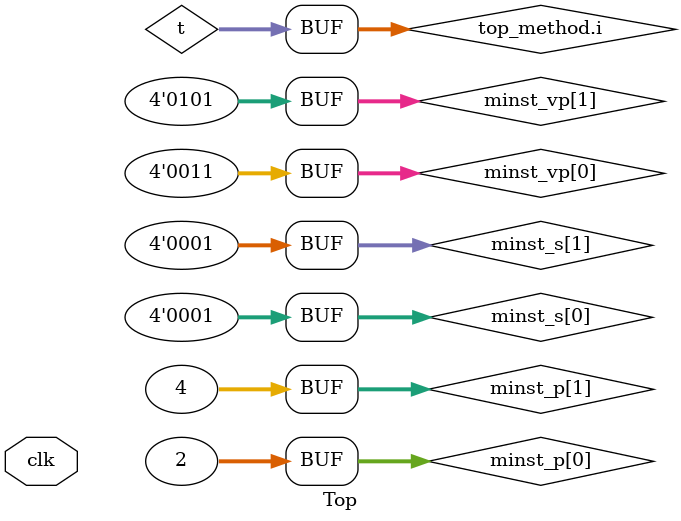
<source format=sv>

module Top // "top"
(
    input logic clk
);

// Variables generated for SystemC signals
logic signed [31:0] t;
logic [3:0] minst_s[2];
logic signed [31:0] minst_p[2];

//------------------------------------------------------------------------------
// Method process: minst_metProc (test_mif_array_unkwn.cpp:35:5) 

// Process-local variables
logic [3:0] minst_vp[2];

always_comb 
begin : minst_metProc     // test_mif_array_unkwn.cpp:35:5
    minst_s[0] = 1;
    minst_p[0] = 2;
    minst_vp[0] = 3;
end

//------------------------------------------------------------------------------
// Method process: minst_metProc0 (test_mif_array_unkwn.cpp:35:5) 

always_comb 
begin : minst_metProc0     // test_mif_array_unkwn.cpp:35:5
    minst_s[1] = 1;
    minst_p[1] = 2;
    minst_vp[1] = 3;
end

//------------------------------------------------------------------------------
// Method process: top_method (test_mif_array_unkwn.cpp:76:5) 

// Process-local variables
logic [3:0] minst_vp[2];

always_comb 
begin : top_method     // test_mif_array_unkwn.cpp:76:5
    integer i;
    i = t;
    minst_s[1] = 1;
    minst_p[1] = 2;
    minst_p[1] = 3;
    minst_p[1] = 4;
    minst_vp[1] = 5;
end

endmodule



</source>
